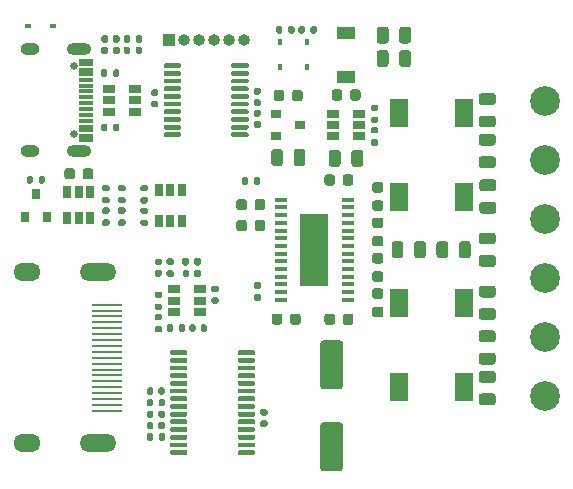
<source format=gbr>
%TF.GenerationSoftware,KiCad,Pcbnew,5.1.9-73d0e3b20d~88~ubuntu20.04.1*%
%TF.CreationDate,2021-04-24T16:50:53+02:00*%
%TF.ProjectId,elmo,656c6d6f-2e6b-4696-9361-645f70636258,v1.00*%
%TF.SameCoordinates,Original*%
%TF.FileFunction,Soldermask,Top*%
%TF.FilePolarity,Negative*%
%FSLAX46Y46*%
G04 Gerber Fmt 4.6, Leading zero omitted, Abs format (unit mm)*
G04 Created by KiCad (PCBNEW 5.1.9-73d0e3b20d~88~ubuntu20.04.1) date 2021-04-24 16:50:53*
%MOMM*%
%LPD*%
G01*
G04 APERTURE LIST*
%ADD10C,2.524000*%
%ADD11R,1.600000X1.000000*%
%ADD12R,2.600000X0.280000*%
%ADD13O,3.100000X1.500000*%
%ADD14O,2.300000X1.500000*%
%ADD15O,2.100000X1.000000*%
%ADD16O,1.600000X1.000000*%
%ADD17C,0.650000*%
%ADD18R,1.150000X0.300000*%
%ADD19R,1.060000X0.650000*%
%ADD20R,0.900000X0.800000*%
%ADD21R,0.700000X1.000000*%
%ADD22R,0.800000X0.900000*%
%ADD23R,0.450000X0.600000*%
%ADD24R,0.650000X1.060000*%
%ADD25R,1.000000X1.000000*%
%ADD26O,1.000000X1.000000*%
%ADD27R,1.100000X0.400000*%
%ADD28R,2.400000X6.170000*%
%ADD29R,1.500000X2.400000*%
%ADD30R,0.600000X0.450000*%
G04 APERTURE END LIST*
D10*
%TO.C,J3*%
X170300000Y-112400000D03*
X170300000Y-107400000D03*
X170300000Y-102400000D03*
X170300000Y-97400000D03*
X170300000Y-92400000D03*
X170300000Y-87400000D03*
%TD*%
D11*
%TO.C,L5*%
X153500000Y-81650000D03*
X153500000Y-85350000D03*
%TD*%
D12*
%TO.C,J1*%
X133220000Y-113650000D03*
X133220000Y-113150000D03*
X133220000Y-112650000D03*
X133220000Y-112150000D03*
X133220000Y-111650000D03*
X133220000Y-111150000D03*
X133220000Y-110650000D03*
X133220000Y-110150000D03*
X133220000Y-109650000D03*
X133220000Y-109150000D03*
X133220000Y-108650000D03*
X133220000Y-108150000D03*
X133220000Y-107650000D03*
X133220000Y-107150000D03*
X133220000Y-106650000D03*
X133220000Y-106150000D03*
X133220000Y-105650000D03*
X133220000Y-105150000D03*
X133220000Y-104650000D03*
D13*
X132460000Y-101900000D03*
X132460000Y-116400000D03*
D14*
X126500000Y-101900000D03*
X126500000Y-116400000D03*
%TD*%
D15*
%TO.C,J2*%
X130925000Y-83030000D03*
X130925000Y-91670000D03*
D16*
X126745000Y-83030000D03*
X126745000Y-91670000D03*
D17*
X130425000Y-90240000D03*
X130425000Y-84460000D03*
D18*
X131490000Y-90400000D03*
X131490000Y-89600000D03*
X131490000Y-89100000D03*
X131490000Y-88600000D03*
X131490000Y-88100000D03*
X131490000Y-87600000D03*
X131490000Y-87100000D03*
X131490000Y-86600000D03*
X131490000Y-86100000D03*
X131490000Y-85600000D03*
X131490000Y-84800000D03*
X131490000Y-84000000D03*
X131490000Y-84300000D03*
X131490000Y-85100000D03*
X131490000Y-89900000D03*
X131490000Y-90700000D03*
%TD*%
%TO.C,R9*%
G36*
G01*
X134315000Y-95540000D02*
X134685000Y-95540000D01*
G75*
G02*
X134820000Y-95675000I0J-135000D01*
G01*
X134820000Y-95945000D01*
G75*
G02*
X134685000Y-96080000I-135000J0D01*
G01*
X134315000Y-96080000D01*
G75*
G02*
X134180000Y-95945000I0J135000D01*
G01*
X134180000Y-95675000D01*
G75*
G02*
X134315000Y-95540000I135000J0D01*
G01*
G37*
G36*
G01*
X134315000Y-94520000D02*
X134685000Y-94520000D01*
G75*
G02*
X134820000Y-94655000I0J-135000D01*
G01*
X134820000Y-94925000D01*
G75*
G02*
X134685000Y-95060000I-135000J0D01*
G01*
X134315000Y-95060000D01*
G75*
G02*
X134180000Y-94925000I0J135000D01*
G01*
X134180000Y-94655000D01*
G75*
G02*
X134315000Y-94520000I135000J0D01*
G01*
G37*
%TD*%
D19*
%TO.C,U6*%
X152400000Y-88500000D03*
X152400000Y-89450000D03*
X152400000Y-90400000D03*
X154600000Y-90400000D03*
X154600000Y-88500000D03*
X154600000Y-89450000D03*
%TD*%
%TO.C,C26*%
G36*
G01*
X153175000Y-86650000D02*
X153175000Y-87150000D01*
G75*
G02*
X152950000Y-87375000I-225000J0D01*
G01*
X152500000Y-87375000D01*
G75*
G02*
X152275000Y-87150000I0J225000D01*
G01*
X152275000Y-86650000D01*
G75*
G02*
X152500000Y-86425000I225000J0D01*
G01*
X152950000Y-86425000D01*
G75*
G02*
X153175000Y-86650000I0J-225000D01*
G01*
G37*
G36*
G01*
X154725000Y-86650000D02*
X154725000Y-87150000D01*
G75*
G02*
X154500000Y-87375000I-225000J0D01*
G01*
X154050000Y-87375000D01*
G75*
G02*
X153825000Y-87150000I0J225000D01*
G01*
X153825000Y-86650000D01*
G75*
G02*
X154050000Y-86425000I225000J0D01*
G01*
X154500000Y-86425000D01*
G75*
G02*
X154725000Y-86650000I0J-225000D01*
G01*
G37*
%TD*%
D20*
%TO.C,U4*%
X147600000Y-88500000D03*
X147600000Y-90400000D03*
X149600000Y-89450000D03*
%TD*%
%TO.C,C16*%
G36*
G01*
X149050000Y-92675000D02*
X149050000Y-91725000D01*
G75*
G02*
X149300000Y-91475000I250000J0D01*
G01*
X149800000Y-91475000D01*
G75*
G02*
X150050000Y-91725000I0J-250000D01*
G01*
X150050000Y-92675000D01*
G75*
G02*
X149800000Y-92925000I-250000J0D01*
G01*
X149300000Y-92925000D01*
G75*
G02*
X149050000Y-92675000I0J250000D01*
G01*
G37*
G36*
G01*
X147150000Y-92675000D02*
X147150000Y-91725000D01*
G75*
G02*
X147400000Y-91475000I250000J0D01*
G01*
X147900000Y-91475000D01*
G75*
G02*
X148150000Y-91725000I0J-250000D01*
G01*
X148150000Y-92675000D01*
G75*
G02*
X147900000Y-92925000I-250000J0D01*
G01*
X147400000Y-92925000D01*
G75*
G02*
X147150000Y-92675000I0J250000D01*
G01*
G37*
%TD*%
%TO.C,C28*%
G36*
G01*
X156090000Y-84295000D02*
X156090000Y-83345000D01*
G75*
G02*
X156340000Y-83095000I250000J0D01*
G01*
X156840000Y-83095000D01*
G75*
G02*
X157090000Y-83345000I0J-250000D01*
G01*
X157090000Y-84295000D01*
G75*
G02*
X156840000Y-84545000I-250000J0D01*
G01*
X156340000Y-84545000D01*
G75*
G02*
X156090000Y-84295000I0J250000D01*
G01*
G37*
G36*
G01*
X157990000Y-84295000D02*
X157990000Y-83345000D01*
G75*
G02*
X158240000Y-83095000I250000J0D01*
G01*
X158740000Y-83095000D01*
G75*
G02*
X158990000Y-83345000I0J-250000D01*
G01*
X158990000Y-84295000D01*
G75*
G02*
X158740000Y-84545000I-250000J0D01*
G01*
X158240000Y-84545000D01*
G75*
G02*
X157990000Y-84295000I0J250000D01*
G01*
G37*
%TD*%
%TO.C,R2*%
G36*
G01*
X134310000Y-89465000D02*
X134310000Y-89835000D01*
G75*
G02*
X134175000Y-89970000I-135000J0D01*
G01*
X133905000Y-89970000D01*
G75*
G02*
X133770000Y-89835000I0J135000D01*
G01*
X133770000Y-89465000D01*
G75*
G02*
X133905000Y-89330000I135000J0D01*
G01*
X134175000Y-89330000D01*
G75*
G02*
X134310000Y-89465000I0J-135000D01*
G01*
G37*
G36*
G01*
X133290000Y-89465000D02*
X133290000Y-89835000D01*
G75*
G02*
X133155000Y-89970000I-135000J0D01*
G01*
X132885000Y-89970000D01*
G75*
G02*
X132750000Y-89835000I0J135000D01*
G01*
X132750000Y-89465000D01*
G75*
G02*
X132885000Y-89330000I135000J0D01*
G01*
X133155000Y-89330000D01*
G75*
G02*
X133290000Y-89465000I0J-135000D01*
G01*
G37*
%TD*%
%TO.C,R10*%
G36*
G01*
X126440000Y-94265000D02*
X126440000Y-93895000D01*
G75*
G02*
X126575000Y-93760000I135000J0D01*
G01*
X126845000Y-93760000D01*
G75*
G02*
X126980000Y-93895000I0J-135000D01*
G01*
X126980000Y-94265000D01*
G75*
G02*
X126845000Y-94400000I-135000J0D01*
G01*
X126575000Y-94400000D01*
G75*
G02*
X126440000Y-94265000I0J135000D01*
G01*
G37*
G36*
G01*
X127460000Y-94265000D02*
X127460000Y-93895000D01*
G75*
G02*
X127595000Y-93760000I135000J0D01*
G01*
X127865000Y-93760000D01*
G75*
G02*
X128000000Y-93895000I0J-135000D01*
G01*
X128000000Y-94265000D01*
G75*
G02*
X127865000Y-94400000I-135000J0D01*
G01*
X127595000Y-94400000D01*
G75*
G02*
X127460000Y-94265000I0J135000D01*
G01*
G37*
%TD*%
%TO.C,C1*%
G36*
G01*
X156425000Y-96725000D02*
X155925000Y-96725000D01*
G75*
G02*
X155700000Y-96500000I0J225000D01*
G01*
X155700000Y-96050000D01*
G75*
G02*
X155925000Y-95825000I225000J0D01*
G01*
X156425000Y-95825000D01*
G75*
G02*
X156650000Y-96050000I0J-225000D01*
G01*
X156650000Y-96500000D01*
G75*
G02*
X156425000Y-96725000I-225000J0D01*
G01*
G37*
G36*
G01*
X156425000Y-95175000D02*
X155925000Y-95175000D01*
G75*
G02*
X155700000Y-94950000I0J225000D01*
G01*
X155700000Y-94500000D01*
G75*
G02*
X155925000Y-94275000I225000J0D01*
G01*
X156425000Y-94275000D01*
G75*
G02*
X156650000Y-94500000I0J-225000D01*
G01*
X156650000Y-94950000D01*
G75*
G02*
X156425000Y-95175000I-225000J0D01*
G01*
G37*
%TD*%
%TO.C,C2*%
G36*
G01*
X155925000Y-104825000D02*
X156425000Y-104825000D01*
G75*
G02*
X156650000Y-105050000I0J-225000D01*
G01*
X156650000Y-105500000D01*
G75*
G02*
X156425000Y-105725000I-225000J0D01*
G01*
X155925000Y-105725000D01*
G75*
G02*
X155700000Y-105500000I0J225000D01*
G01*
X155700000Y-105050000D01*
G75*
G02*
X155925000Y-104825000I225000J0D01*
G01*
G37*
G36*
G01*
X155925000Y-103275000D02*
X156425000Y-103275000D01*
G75*
G02*
X156650000Y-103500000I0J-225000D01*
G01*
X156650000Y-103950000D01*
G75*
G02*
X156425000Y-104175000I-225000J0D01*
G01*
X155925000Y-104175000D01*
G75*
G02*
X155700000Y-103950000I0J225000D01*
G01*
X155700000Y-103500000D01*
G75*
G02*
X155925000Y-103275000I225000J0D01*
G01*
G37*
%TD*%
%TO.C,C3*%
G36*
G01*
X156425000Y-98175000D02*
X155925000Y-98175000D01*
G75*
G02*
X155700000Y-97950000I0J225000D01*
G01*
X155700000Y-97500000D01*
G75*
G02*
X155925000Y-97275000I225000J0D01*
G01*
X156425000Y-97275000D01*
G75*
G02*
X156650000Y-97500000I0J-225000D01*
G01*
X156650000Y-97950000D01*
G75*
G02*
X156425000Y-98175000I-225000J0D01*
G01*
G37*
G36*
G01*
X156425000Y-99725000D02*
X155925000Y-99725000D01*
G75*
G02*
X155700000Y-99500000I0J225000D01*
G01*
X155700000Y-99050000D01*
G75*
G02*
X155925000Y-98825000I225000J0D01*
G01*
X156425000Y-98825000D01*
G75*
G02*
X156650000Y-99050000I0J-225000D01*
G01*
X156650000Y-99500000D01*
G75*
G02*
X156425000Y-99725000I-225000J0D01*
G01*
G37*
%TD*%
%TO.C,C4*%
G36*
G01*
X155925000Y-100275000D02*
X156425000Y-100275000D01*
G75*
G02*
X156650000Y-100500000I0J-225000D01*
G01*
X156650000Y-100950000D01*
G75*
G02*
X156425000Y-101175000I-225000J0D01*
G01*
X155925000Y-101175000D01*
G75*
G02*
X155700000Y-100950000I0J225000D01*
G01*
X155700000Y-100500000D01*
G75*
G02*
X155925000Y-100275000I225000J0D01*
G01*
G37*
G36*
G01*
X155925000Y-101825000D02*
X156425000Y-101825000D01*
G75*
G02*
X156650000Y-102050000I0J-225000D01*
G01*
X156650000Y-102500000D01*
G75*
G02*
X156425000Y-102725000I-225000J0D01*
G01*
X155925000Y-102725000D01*
G75*
G02*
X155700000Y-102500000I0J225000D01*
G01*
X155700000Y-102050000D01*
G75*
G02*
X155925000Y-101825000I225000J0D01*
G01*
G37*
%TD*%
%TO.C,C5*%
G36*
G01*
X164975000Y-86750000D02*
X165925000Y-86750000D01*
G75*
G02*
X166175000Y-87000000I0J-250000D01*
G01*
X166175000Y-87500000D01*
G75*
G02*
X165925000Y-87750000I-250000J0D01*
G01*
X164975000Y-87750000D01*
G75*
G02*
X164725000Y-87500000I0J250000D01*
G01*
X164725000Y-87000000D01*
G75*
G02*
X164975000Y-86750000I250000J0D01*
G01*
G37*
G36*
G01*
X164975000Y-88650000D02*
X165925000Y-88650000D01*
G75*
G02*
X166175000Y-88900000I0J-250000D01*
G01*
X166175000Y-89400000D01*
G75*
G02*
X165925000Y-89650000I-250000J0D01*
G01*
X164975000Y-89650000D01*
G75*
G02*
X164725000Y-89400000I0J250000D01*
G01*
X164725000Y-88900000D01*
G75*
G02*
X164975000Y-88650000I250000J0D01*
G01*
G37*
%TD*%
%TO.C,C6*%
G36*
G01*
X165925000Y-91190000D02*
X164975000Y-91190000D01*
G75*
G02*
X164725000Y-90940000I0J250000D01*
G01*
X164725000Y-90440000D01*
G75*
G02*
X164975000Y-90190000I250000J0D01*
G01*
X165925000Y-90190000D01*
G75*
G02*
X166175000Y-90440000I0J-250000D01*
G01*
X166175000Y-90940000D01*
G75*
G02*
X165925000Y-91190000I-250000J0D01*
G01*
G37*
G36*
G01*
X165925000Y-93090000D02*
X164975000Y-93090000D01*
G75*
G02*
X164725000Y-92840000I0J250000D01*
G01*
X164725000Y-92340000D01*
G75*
G02*
X164975000Y-92090000I250000J0D01*
G01*
X165925000Y-92090000D01*
G75*
G02*
X166175000Y-92340000I0J-250000D01*
G01*
X166175000Y-92840000D01*
G75*
G02*
X165925000Y-93090000I-250000J0D01*
G01*
G37*
%TD*%
%TO.C,C7*%
G36*
G01*
X165925000Y-107830000D02*
X164975000Y-107830000D01*
G75*
G02*
X164725000Y-107580000I0J250000D01*
G01*
X164725000Y-107080000D01*
G75*
G02*
X164975000Y-106830000I250000J0D01*
G01*
X165925000Y-106830000D01*
G75*
G02*
X166175000Y-107080000I0J-250000D01*
G01*
X166175000Y-107580000D01*
G75*
G02*
X165925000Y-107830000I-250000J0D01*
G01*
G37*
G36*
G01*
X165925000Y-109730000D02*
X164975000Y-109730000D01*
G75*
G02*
X164725000Y-109480000I0J250000D01*
G01*
X164725000Y-108980000D01*
G75*
G02*
X164975000Y-108730000I250000J0D01*
G01*
X165925000Y-108730000D01*
G75*
G02*
X166175000Y-108980000I0J-250000D01*
G01*
X166175000Y-109480000D01*
G75*
G02*
X165925000Y-109730000I-250000J0D01*
G01*
G37*
%TD*%
%TO.C,C8*%
G36*
G01*
X164975000Y-110270000D02*
X165925000Y-110270000D01*
G75*
G02*
X166175000Y-110520000I0J-250000D01*
G01*
X166175000Y-111020000D01*
G75*
G02*
X165925000Y-111270000I-250000J0D01*
G01*
X164975000Y-111270000D01*
G75*
G02*
X164725000Y-111020000I0J250000D01*
G01*
X164725000Y-110520000D01*
G75*
G02*
X164975000Y-110270000I250000J0D01*
G01*
G37*
G36*
G01*
X164975000Y-112170000D02*
X165925000Y-112170000D01*
G75*
G02*
X166175000Y-112420000I0J-250000D01*
G01*
X166175000Y-112920000D01*
G75*
G02*
X165925000Y-113170000I-250000J0D01*
G01*
X164975000Y-113170000D01*
G75*
G02*
X164725000Y-112920000I0J250000D01*
G01*
X164725000Y-112420000D01*
G75*
G02*
X164975000Y-112170000I250000J0D01*
G01*
G37*
%TD*%
%TO.C,U2*%
G36*
G01*
X145790000Y-117075000D02*
X145790000Y-117275000D01*
G75*
G02*
X145690000Y-117375000I-100000J0D01*
G01*
X144415000Y-117375000D01*
G75*
G02*
X144315000Y-117275000I0J100000D01*
G01*
X144315000Y-117075000D01*
G75*
G02*
X144415000Y-116975000I100000J0D01*
G01*
X145690000Y-116975000D01*
G75*
G02*
X145790000Y-117075000I0J-100000D01*
G01*
G37*
G36*
G01*
X145790000Y-116425000D02*
X145790000Y-116625000D01*
G75*
G02*
X145690000Y-116725000I-100000J0D01*
G01*
X144415000Y-116725000D01*
G75*
G02*
X144315000Y-116625000I0J100000D01*
G01*
X144315000Y-116425000D01*
G75*
G02*
X144415000Y-116325000I100000J0D01*
G01*
X145690000Y-116325000D01*
G75*
G02*
X145790000Y-116425000I0J-100000D01*
G01*
G37*
G36*
G01*
X145790000Y-115775000D02*
X145790000Y-115975000D01*
G75*
G02*
X145690000Y-116075000I-100000J0D01*
G01*
X144415000Y-116075000D01*
G75*
G02*
X144315000Y-115975000I0J100000D01*
G01*
X144315000Y-115775000D01*
G75*
G02*
X144415000Y-115675000I100000J0D01*
G01*
X145690000Y-115675000D01*
G75*
G02*
X145790000Y-115775000I0J-100000D01*
G01*
G37*
G36*
G01*
X145790000Y-115125000D02*
X145790000Y-115325000D01*
G75*
G02*
X145690000Y-115425000I-100000J0D01*
G01*
X144415000Y-115425000D01*
G75*
G02*
X144315000Y-115325000I0J100000D01*
G01*
X144315000Y-115125000D01*
G75*
G02*
X144415000Y-115025000I100000J0D01*
G01*
X145690000Y-115025000D01*
G75*
G02*
X145790000Y-115125000I0J-100000D01*
G01*
G37*
G36*
G01*
X145790000Y-114475000D02*
X145790000Y-114675000D01*
G75*
G02*
X145690000Y-114775000I-100000J0D01*
G01*
X144415000Y-114775000D01*
G75*
G02*
X144315000Y-114675000I0J100000D01*
G01*
X144315000Y-114475000D01*
G75*
G02*
X144415000Y-114375000I100000J0D01*
G01*
X145690000Y-114375000D01*
G75*
G02*
X145790000Y-114475000I0J-100000D01*
G01*
G37*
G36*
G01*
X145790000Y-113825000D02*
X145790000Y-114025000D01*
G75*
G02*
X145690000Y-114125000I-100000J0D01*
G01*
X144415000Y-114125000D01*
G75*
G02*
X144315000Y-114025000I0J100000D01*
G01*
X144315000Y-113825000D01*
G75*
G02*
X144415000Y-113725000I100000J0D01*
G01*
X145690000Y-113725000D01*
G75*
G02*
X145790000Y-113825000I0J-100000D01*
G01*
G37*
G36*
G01*
X145790000Y-113175000D02*
X145790000Y-113375000D01*
G75*
G02*
X145690000Y-113475000I-100000J0D01*
G01*
X144415000Y-113475000D01*
G75*
G02*
X144315000Y-113375000I0J100000D01*
G01*
X144315000Y-113175000D01*
G75*
G02*
X144415000Y-113075000I100000J0D01*
G01*
X145690000Y-113075000D01*
G75*
G02*
X145790000Y-113175000I0J-100000D01*
G01*
G37*
G36*
G01*
X145790000Y-112525000D02*
X145790000Y-112725000D01*
G75*
G02*
X145690000Y-112825000I-100000J0D01*
G01*
X144415000Y-112825000D01*
G75*
G02*
X144315000Y-112725000I0J100000D01*
G01*
X144315000Y-112525000D01*
G75*
G02*
X144415000Y-112425000I100000J0D01*
G01*
X145690000Y-112425000D01*
G75*
G02*
X145790000Y-112525000I0J-100000D01*
G01*
G37*
G36*
G01*
X145790000Y-111875000D02*
X145790000Y-112075000D01*
G75*
G02*
X145690000Y-112175000I-100000J0D01*
G01*
X144415000Y-112175000D01*
G75*
G02*
X144315000Y-112075000I0J100000D01*
G01*
X144315000Y-111875000D01*
G75*
G02*
X144415000Y-111775000I100000J0D01*
G01*
X145690000Y-111775000D01*
G75*
G02*
X145790000Y-111875000I0J-100000D01*
G01*
G37*
G36*
G01*
X145790000Y-111225000D02*
X145790000Y-111425000D01*
G75*
G02*
X145690000Y-111525000I-100000J0D01*
G01*
X144415000Y-111525000D01*
G75*
G02*
X144315000Y-111425000I0J100000D01*
G01*
X144315000Y-111225000D01*
G75*
G02*
X144415000Y-111125000I100000J0D01*
G01*
X145690000Y-111125000D01*
G75*
G02*
X145790000Y-111225000I0J-100000D01*
G01*
G37*
G36*
G01*
X145790000Y-110575000D02*
X145790000Y-110775000D01*
G75*
G02*
X145690000Y-110875000I-100000J0D01*
G01*
X144415000Y-110875000D01*
G75*
G02*
X144315000Y-110775000I0J100000D01*
G01*
X144315000Y-110575000D01*
G75*
G02*
X144415000Y-110475000I100000J0D01*
G01*
X145690000Y-110475000D01*
G75*
G02*
X145790000Y-110575000I0J-100000D01*
G01*
G37*
G36*
G01*
X145790000Y-109925000D02*
X145790000Y-110125000D01*
G75*
G02*
X145690000Y-110225000I-100000J0D01*
G01*
X144415000Y-110225000D01*
G75*
G02*
X144315000Y-110125000I0J100000D01*
G01*
X144315000Y-109925000D01*
G75*
G02*
X144415000Y-109825000I100000J0D01*
G01*
X145690000Y-109825000D01*
G75*
G02*
X145790000Y-109925000I0J-100000D01*
G01*
G37*
G36*
G01*
X145790000Y-109275000D02*
X145790000Y-109475000D01*
G75*
G02*
X145690000Y-109575000I-100000J0D01*
G01*
X144415000Y-109575000D01*
G75*
G02*
X144315000Y-109475000I0J100000D01*
G01*
X144315000Y-109275000D01*
G75*
G02*
X144415000Y-109175000I100000J0D01*
G01*
X145690000Y-109175000D01*
G75*
G02*
X145790000Y-109275000I0J-100000D01*
G01*
G37*
G36*
G01*
X145790000Y-108625000D02*
X145790000Y-108825000D01*
G75*
G02*
X145690000Y-108925000I-100000J0D01*
G01*
X144415000Y-108925000D01*
G75*
G02*
X144315000Y-108825000I0J100000D01*
G01*
X144315000Y-108625000D01*
G75*
G02*
X144415000Y-108525000I100000J0D01*
G01*
X145690000Y-108525000D01*
G75*
G02*
X145790000Y-108625000I0J-100000D01*
G01*
G37*
G36*
G01*
X140065000Y-108625000D02*
X140065000Y-108825000D01*
G75*
G02*
X139965000Y-108925000I-100000J0D01*
G01*
X138690000Y-108925000D01*
G75*
G02*
X138590000Y-108825000I0J100000D01*
G01*
X138590000Y-108625000D01*
G75*
G02*
X138690000Y-108525000I100000J0D01*
G01*
X139965000Y-108525000D01*
G75*
G02*
X140065000Y-108625000I0J-100000D01*
G01*
G37*
G36*
G01*
X140065000Y-109275000D02*
X140065000Y-109475000D01*
G75*
G02*
X139965000Y-109575000I-100000J0D01*
G01*
X138690000Y-109575000D01*
G75*
G02*
X138590000Y-109475000I0J100000D01*
G01*
X138590000Y-109275000D01*
G75*
G02*
X138690000Y-109175000I100000J0D01*
G01*
X139965000Y-109175000D01*
G75*
G02*
X140065000Y-109275000I0J-100000D01*
G01*
G37*
G36*
G01*
X140065000Y-109925000D02*
X140065000Y-110125000D01*
G75*
G02*
X139965000Y-110225000I-100000J0D01*
G01*
X138690000Y-110225000D01*
G75*
G02*
X138590000Y-110125000I0J100000D01*
G01*
X138590000Y-109925000D01*
G75*
G02*
X138690000Y-109825000I100000J0D01*
G01*
X139965000Y-109825000D01*
G75*
G02*
X140065000Y-109925000I0J-100000D01*
G01*
G37*
G36*
G01*
X140065000Y-110575000D02*
X140065000Y-110775000D01*
G75*
G02*
X139965000Y-110875000I-100000J0D01*
G01*
X138690000Y-110875000D01*
G75*
G02*
X138590000Y-110775000I0J100000D01*
G01*
X138590000Y-110575000D01*
G75*
G02*
X138690000Y-110475000I100000J0D01*
G01*
X139965000Y-110475000D01*
G75*
G02*
X140065000Y-110575000I0J-100000D01*
G01*
G37*
G36*
G01*
X140065000Y-111225000D02*
X140065000Y-111425000D01*
G75*
G02*
X139965000Y-111525000I-100000J0D01*
G01*
X138690000Y-111525000D01*
G75*
G02*
X138590000Y-111425000I0J100000D01*
G01*
X138590000Y-111225000D01*
G75*
G02*
X138690000Y-111125000I100000J0D01*
G01*
X139965000Y-111125000D01*
G75*
G02*
X140065000Y-111225000I0J-100000D01*
G01*
G37*
G36*
G01*
X140065000Y-111875000D02*
X140065000Y-112075000D01*
G75*
G02*
X139965000Y-112175000I-100000J0D01*
G01*
X138690000Y-112175000D01*
G75*
G02*
X138590000Y-112075000I0J100000D01*
G01*
X138590000Y-111875000D01*
G75*
G02*
X138690000Y-111775000I100000J0D01*
G01*
X139965000Y-111775000D01*
G75*
G02*
X140065000Y-111875000I0J-100000D01*
G01*
G37*
G36*
G01*
X140065000Y-112525000D02*
X140065000Y-112725000D01*
G75*
G02*
X139965000Y-112825000I-100000J0D01*
G01*
X138690000Y-112825000D01*
G75*
G02*
X138590000Y-112725000I0J100000D01*
G01*
X138590000Y-112525000D01*
G75*
G02*
X138690000Y-112425000I100000J0D01*
G01*
X139965000Y-112425000D01*
G75*
G02*
X140065000Y-112525000I0J-100000D01*
G01*
G37*
G36*
G01*
X140065000Y-113175000D02*
X140065000Y-113375000D01*
G75*
G02*
X139965000Y-113475000I-100000J0D01*
G01*
X138690000Y-113475000D01*
G75*
G02*
X138590000Y-113375000I0J100000D01*
G01*
X138590000Y-113175000D01*
G75*
G02*
X138690000Y-113075000I100000J0D01*
G01*
X139965000Y-113075000D01*
G75*
G02*
X140065000Y-113175000I0J-100000D01*
G01*
G37*
G36*
G01*
X140065000Y-113825000D02*
X140065000Y-114025000D01*
G75*
G02*
X139965000Y-114125000I-100000J0D01*
G01*
X138690000Y-114125000D01*
G75*
G02*
X138590000Y-114025000I0J100000D01*
G01*
X138590000Y-113825000D01*
G75*
G02*
X138690000Y-113725000I100000J0D01*
G01*
X139965000Y-113725000D01*
G75*
G02*
X140065000Y-113825000I0J-100000D01*
G01*
G37*
G36*
G01*
X140065000Y-114475000D02*
X140065000Y-114675000D01*
G75*
G02*
X139965000Y-114775000I-100000J0D01*
G01*
X138690000Y-114775000D01*
G75*
G02*
X138590000Y-114675000I0J100000D01*
G01*
X138590000Y-114475000D01*
G75*
G02*
X138690000Y-114375000I100000J0D01*
G01*
X139965000Y-114375000D01*
G75*
G02*
X140065000Y-114475000I0J-100000D01*
G01*
G37*
G36*
G01*
X140065000Y-115125000D02*
X140065000Y-115325000D01*
G75*
G02*
X139965000Y-115425000I-100000J0D01*
G01*
X138690000Y-115425000D01*
G75*
G02*
X138590000Y-115325000I0J100000D01*
G01*
X138590000Y-115125000D01*
G75*
G02*
X138690000Y-115025000I100000J0D01*
G01*
X139965000Y-115025000D01*
G75*
G02*
X140065000Y-115125000I0J-100000D01*
G01*
G37*
G36*
G01*
X140065000Y-115775000D02*
X140065000Y-115975000D01*
G75*
G02*
X139965000Y-116075000I-100000J0D01*
G01*
X138690000Y-116075000D01*
G75*
G02*
X138590000Y-115975000I0J100000D01*
G01*
X138590000Y-115775000D01*
G75*
G02*
X138690000Y-115675000I100000J0D01*
G01*
X139965000Y-115675000D01*
G75*
G02*
X140065000Y-115775000I0J-100000D01*
G01*
G37*
G36*
G01*
X140065000Y-116425000D02*
X140065000Y-116625000D01*
G75*
G02*
X139965000Y-116725000I-100000J0D01*
G01*
X138690000Y-116725000D01*
G75*
G02*
X138590000Y-116625000I0J100000D01*
G01*
X138590000Y-116425000D01*
G75*
G02*
X138690000Y-116325000I100000J0D01*
G01*
X139965000Y-116325000D01*
G75*
G02*
X140065000Y-116425000I0J-100000D01*
G01*
G37*
G36*
G01*
X140065000Y-117075000D02*
X140065000Y-117275000D01*
G75*
G02*
X139965000Y-117375000I-100000J0D01*
G01*
X138690000Y-117375000D01*
G75*
G02*
X138590000Y-117275000I0J100000D01*
G01*
X138590000Y-117075000D01*
G75*
G02*
X138690000Y-116975000I100000J0D01*
G01*
X139965000Y-116975000D01*
G75*
G02*
X140065000Y-117075000I0J-100000D01*
G01*
G37*
%TD*%
%TO.C,U3*%
G36*
G01*
X145240000Y-90175000D02*
X145240000Y-90375000D01*
G75*
G02*
X145140000Y-90475000I-100000J0D01*
G01*
X143865000Y-90475000D01*
G75*
G02*
X143765000Y-90375000I0J100000D01*
G01*
X143765000Y-90175000D01*
G75*
G02*
X143865000Y-90075000I100000J0D01*
G01*
X145140000Y-90075000D01*
G75*
G02*
X145240000Y-90175000I0J-100000D01*
G01*
G37*
G36*
G01*
X145240000Y-89525000D02*
X145240000Y-89725000D01*
G75*
G02*
X145140000Y-89825000I-100000J0D01*
G01*
X143865000Y-89825000D01*
G75*
G02*
X143765000Y-89725000I0J100000D01*
G01*
X143765000Y-89525000D01*
G75*
G02*
X143865000Y-89425000I100000J0D01*
G01*
X145140000Y-89425000D01*
G75*
G02*
X145240000Y-89525000I0J-100000D01*
G01*
G37*
G36*
G01*
X145240000Y-88875000D02*
X145240000Y-89075000D01*
G75*
G02*
X145140000Y-89175000I-100000J0D01*
G01*
X143865000Y-89175000D01*
G75*
G02*
X143765000Y-89075000I0J100000D01*
G01*
X143765000Y-88875000D01*
G75*
G02*
X143865000Y-88775000I100000J0D01*
G01*
X145140000Y-88775000D01*
G75*
G02*
X145240000Y-88875000I0J-100000D01*
G01*
G37*
G36*
G01*
X145240000Y-88225000D02*
X145240000Y-88425000D01*
G75*
G02*
X145140000Y-88525000I-100000J0D01*
G01*
X143865000Y-88525000D01*
G75*
G02*
X143765000Y-88425000I0J100000D01*
G01*
X143765000Y-88225000D01*
G75*
G02*
X143865000Y-88125000I100000J0D01*
G01*
X145140000Y-88125000D01*
G75*
G02*
X145240000Y-88225000I0J-100000D01*
G01*
G37*
G36*
G01*
X145240000Y-87575000D02*
X145240000Y-87775000D01*
G75*
G02*
X145140000Y-87875000I-100000J0D01*
G01*
X143865000Y-87875000D01*
G75*
G02*
X143765000Y-87775000I0J100000D01*
G01*
X143765000Y-87575000D01*
G75*
G02*
X143865000Y-87475000I100000J0D01*
G01*
X145140000Y-87475000D01*
G75*
G02*
X145240000Y-87575000I0J-100000D01*
G01*
G37*
G36*
G01*
X145240000Y-86925000D02*
X145240000Y-87125000D01*
G75*
G02*
X145140000Y-87225000I-100000J0D01*
G01*
X143865000Y-87225000D01*
G75*
G02*
X143765000Y-87125000I0J100000D01*
G01*
X143765000Y-86925000D01*
G75*
G02*
X143865000Y-86825000I100000J0D01*
G01*
X145140000Y-86825000D01*
G75*
G02*
X145240000Y-86925000I0J-100000D01*
G01*
G37*
G36*
G01*
X145240000Y-86275000D02*
X145240000Y-86475000D01*
G75*
G02*
X145140000Y-86575000I-100000J0D01*
G01*
X143865000Y-86575000D01*
G75*
G02*
X143765000Y-86475000I0J100000D01*
G01*
X143765000Y-86275000D01*
G75*
G02*
X143865000Y-86175000I100000J0D01*
G01*
X145140000Y-86175000D01*
G75*
G02*
X145240000Y-86275000I0J-100000D01*
G01*
G37*
G36*
G01*
X145240000Y-85625000D02*
X145240000Y-85825000D01*
G75*
G02*
X145140000Y-85925000I-100000J0D01*
G01*
X143865000Y-85925000D01*
G75*
G02*
X143765000Y-85825000I0J100000D01*
G01*
X143765000Y-85625000D01*
G75*
G02*
X143865000Y-85525000I100000J0D01*
G01*
X145140000Y-85525000D01*
G75*
G02*
X145240000Y-85625000I0J-100000D01*
G01*
G37*
G36*
G01*
X145240000Y-84975000D02*
X145240000Y-85175000D01*
G75*
G02*
X145140000Y-85275000I-100000J0D01*
G01*
X143865000Y-85275000D01*
G75*
G02*
X143765000Y-85175000I0J100000D01*
G01*
X143765000Y-84975000D01*
G75*
G02*
X143865000Y-84875000I100000J0D01*
G01*
X145140000Y-84875000D01*
G75*
G02*
X145240000Y-84975000I0J-100000D01*
G01*
G37*
G36*
G01*
X145240000Y-84325000D02*
X145240000Y-84525000D01*
G75*
G02*
X145140000Y-84625000I-100000J0D01*
G01*
X143865000Y-84625000D01*
G75*
G02*
X143765000Y-84525000I0J100000D01*
G01*
X143765000Y-84325000D01*
G75*
G02*
X143865000Y-84225000I100000J0D01*
G01*
X145140000Y-84225000D01*
G75*
G02*
X145240000Y-84325000I0J-100000D01*
G01*
G37*
G36*
G01*
X139515000Y-84325000D02*
X139515000Y-84525000D01*
G75*
G02*
X139415000Y-84625000I-100000J0D01*
G01*
X138140000Y-84625000D01*
G75*
G02*
X138040000Y-84525000I0J100000D01*
G01*
X138040000Y-84325000D01*
G75*
G02*
X138140000Y-84225000I100000J0D01*
G01*
X139415000Y-84225000D01*
G75*
G02*
X139515000Y-84325000I0J-100000D01*
G01*
G37*
G36*
G01*
X139515000Y-84975000D02*
X139515000Y-85175000D01*
G75*
G02*
X139415000Y-85275000I-100000J0D01*
G01*
X138140000Y-85275000D01*
G75*
G02*
X138040000Y-85175000I0J100000D01*
G01*
X138040000Y-84975000D01*
G75*
G02*
X138140000Y-84875000I100000J0D01*
G01*
X139415000Y-84875000D01*
G75*
G02*
X139515000Y-84975000I0J-100000D01*
G01*
G37*
G36*
G01*
X139515000Y-85625000D02*
X139515000Y-85825000D01*
G75*
G02*
X139415000Y-85925000I-100000J0D01*
G01*
X138140000Y-85925000D01*
G75*
G02*
X138040000Y-85825000I0J100000D01*
G01*
X138040000Y-85625000D01*
G75*
G02*
X138140000Y-85525000I100000J0D01*
G01*
X139415000Y-85525000D01*
G75*
G02*
X139515000Y-85625000I0J-100000D01*
G01*
G37*
G36*
G01*
X139515000Y-86275000D02*
X139515000Y-86475000D01*
G75*
G02*
X139415000Y-86575000I-100000J0D01*
G01*
X138140000Y-86575000D01*
G75*
G02*
X138040000Y-86475000I0J100000D01*
G01*
X138040000Y-86275000D01*
G75*
G02*
X138140000Y-86175000I100000J0D01*
G01*
X139415000Y-86175000D01*
G75*
G02*
X139515000Y-86275000I0J-100000D01*
G01*
G37*
G36*
G01*
X139515000Y-86925000D02*
X139515000Y-87125000D01*
G75*
G02*
X139415000Y-87225000I-100000J0D01*
G01*
X138140000Y-87225000D01*
G75*
G02*
X138040000Y-87125000I0J100000D01*
G01*
X138040000Y-86925000D01*
G75*
G02*
X138140000Y-86825000I100000J0D01*
G01*
X139415000Y-86825000D01*
G75*
G02*
X139515000Y-86925000I0J-100000D01*
G01*
G37*
G36*
G01*
X139515000Y-87575000D02*
X139515000Y-87775000D01*
G75*
G02*
X139415000Y-87875000I-100000J0D01*
G01*
X138140000Y-87875000D01*
G75*
G02*
X138040000Y-87775000I0J100000D01*
G01*
X138040000Y-87575000D01*
G75*
G02*
X138140000Y-87475000I100000J0D01*
G01*
X139415000Y-87475000D01*
G75*
G02*
X139515000Y-87575000I0J-100000D01*
G01*
G37*
G36*
G01*
X139515000Y-88225000D02*
X139515000Y-88425000D01*
G75*
G02*
X139415000Y-88525000I-100000J0D01*
G01*
X138140000Y-88525000D01*
G75*
G02*
X138040000Y-88425000I0J100000D01*
G01*
X138040000Y-88225000D01*
G75*
G02*
X138140000Y-88125000I100000J0D01*
G01*
X139415000Y-88125000D01*
G75*
G02*
X139515000Y-88225000I0J-100000D01*
G01*
G37*
G36*
G01*
X139515000Y-88875000D02*
X139515000Y-89075000D01*
G75*
G02*
X139415000Y-89175000I-100000J0D01*
G01*
X138140000Y-89175000D01*
G75*
G02*
X138040000Y-89075000I0J100000D01*
G01*
X138040000Y-88875000D01*
G75*
G02*
X138140000Y-88775000I100000J0D01*
G01*
X139415000Y-88775000D01*
G75*
G02*
X139515000Y-88875000I0J-100000D01*
G01*
G37*
G36*
G01*
X139515000Y-89525000D02*
X139515000Y-89725000D01*
G75*
G02*
X139415000Y-89825000I-100000J0D01*
G01*
X138140000Y-89825000D01*
G75*
G02*
X138040000Y-89725000I0J100000D01*
G01*
X138040000Y-89525000D01*
G75*
G02*
X138140000Y-89425000I100000J0D01*
G01*
X139415000Y-89425000D01*
G75*
G02*
X139515000Y-89525000I0J-100000D01*
G01*
G37*
G36*
G01*
X139515000Y-90175000D02*
X139515000Y-90375000D01*
G75*
G02*
X139415000Y-90475000I-100000J0D01*
G01*
X138140000Y-90475000D01*
G75*
G02*
X138040000Y-90375000I0J100000D01*
G01*
X138040000Y-90175000D01*
G75*
G02*
X138140000Y-90075000I100000J0D01*
G01*
X139415000Y-90075000D01*
G75*
G02*
X139515000Y-90175000I0J-100000D01*
G01*
G37*
%TD*%
%TO.C,C9*%
G36*
G01*
X154112500Y-93855000D02*
X154112500Y-94355000D01*
G75*
G02*
X153887500Y-94580000I-225000J0D01*
G01*
X153437500Y-94580000D01*
G75*
G02*
X153212500Y-94355000I0J225000D01*
G01*
X153212500Y-93855000D01*
G75*
G02*
X153437500Y-93630000I225000J0D01*
G01*
X153887500Y-93630000D01*
G75*
G02*
X154112500Y-93855000I0J-225000D01*
G01*
G37*
G36*
G01*
X152562500Y-93855000D02*
X152562500Y-94355000D01*
G75*
G02*
X152337500Y-94580000I-225000J0D01*
G01*
X151887500Y-94580000D01*
G75*
G02*
X151662500Y-94355000I0J225000D01*
G01*
X151662500Y-93855000D01*
G75*
G02*
X151887500Y-93630000I225000J0D01*
G01*
X152337500Y-93630000D01*
G75*
G02*
X152562500Y-93855000I0J-225000D01*
G01*
G37*
%TD*%
%TO.C,C10*%
G36*
G01*
X152562500Y-105645000D02*
X152562500Y-106145000D01*
G75*
G02*
X152337500Y-106370000I-225000J0D01*
G01*
X151887500Y-106370000D01*
G75*
G02*
X151662500Y-106145000I0J225000D01*
G01*
X151662500Y-105645000D01*
G75*
G02*
X151887500Y-105420000I225000J0D01*
G01*
X152337500Y-105420000D01*
G75*
G02*
X152562500Y-105645000I0J-225000D01*
G01*
G37*
G36*
G01*
X154112500Y-105645000D02*
X154112500Y-106145000D01*
G75*
G02*
X153887500Y-106370000I-225000J0D01*
G01*
X153437500Y-106370000D01*
G75*
G02*
X153212500Y-106145000I0J225000D01*
G01*
X153212500Y-105645000D01*
G75*
G02*
X153437500Y-105420000I225000J0D01*
G01*
X153887500Y-105420000D01*
G75*
G02*
X154112500Y-105645000I0J-225000D01*
G01*
G37*
%TD*%
%TO.C,C11*%
G36*
G01*
X164050000Y-99525000D02*
X164050000Y-100475000D01*
G75*
G02*
X163800000Y-100725000I-250000J0D01*
G01*
X163300000Y-100725000D01*
G75*
G02*
X163050000Y-100475000I0J250000D01*
G01*
X163050000Y-99525000D01*
G75*
G02*
X163300000Y-99275000I250000J0D01*
G01*
X163800000Y-99275000D01*
G75*
G02*
X164050000Y-99525000I0J-250000D01*
G01*
G37*
G36*
G01*
X162150000Y-99525000D02*
X162150000Y-100475000D01*
G75*
G02*
X161900000Y-100725000I-250000J0D01*
G01*
X161400000Y-100725000D01*
G75*
G02*
X161150000Y-100475000I0J250000D01*
G01*
X161150000Y-99525000D01*
G75*
G02*
X161400000Y-99275000I250000J0D01*
G01*
X161900000Y-99275000D01*
G75*
G02*
X162150000Y-99525000I0J-250000D01*
G01*
G37*
%TD*%
%TO.C,C12*%
G36*
G01*
X158350000Y-99525000D02*
X158350000Y-100475000D01*
G75*
G02*
X158100000Y-100725000I-250000J0D01*
G01*
X157600000Y-100725000D01*
G75*
G02*
X157350000Y-100475000I0J250000D01*
G01*
X157350000Y-99525000D01*
G75*
G02*
X157600000Y-99275000I250000J0D01*
G01*
X158100000Y-99275000D01*
G75*
G02*
X158350000Y-99525000I0J-250000D01*
G01*
G37*
G36*
G01*
X160250000Y-99525000D02*
X160250000Y-100475000D01*
G75*
G02*
X160000000Y-100725000I-250000J0D01*
G01*
X159500000Y-100725000D01*
G75*
G02*
X159250000Y-100475000I0J250000D01*
G01*
X159250000Y-99525000D01*
G75*
G02*
X159500000Y-99275000I250000J0D01*
G01*
X160000000Y-99275000D01*
G75*
G02*
X160250000Y-99525000I0J-250000D01*
G01*
G37*
%TD*%
D21*
%TO.C,Q2*%
X138620000Y-97550000D03*
X139570000Y-97550000D03*
X137670000Y-97550000D03*
X137670000Y-94950000D03*
X138620000Y-94950000D03*
X139570000Y-94950000D03*
%TD*%
D19*
%TO.C,U5*%
X138900000Y-103370000D03*
X138900000Y-104320000D03*
X138900000Y-105270000D03*
X141100000Y-105270000D03*
X141100000Y-103370000D03*
X141100000Y-104320000D03*
%TD*%
D22*
%TO.C,Q1*%
X126300000Y-97260000D03*
X128200000Y-97260000D03*
X127250000Y-95260000D03*
%TD*%
%TO.C,C17*%
G36*
G01*
X137430000Y-101720000D02*
X137770000Y-101720000D01*
G75*
G02*
X137910000Y-101860000I0J-140000D01*
G01*
X137910000Y-102140000D01*
G75*
G02*
X137770000Y-102280000I-140000J0D01*
G01*
X137430000Y-102280000D01*
G75*
G02*
X137290000Y-102140000I0J140000D01*
G01*
X137290000Y-101860000D01*
G75*
G02*
X137430000Y-101720000I140000J0D01*
G01*
G37*
G36*
G01*
X137430000Y-100760000D02*
X137770000Y-100760000D01*
G75*
G02*
X137910000Y-100900000I0J-140000D01*
G01*
X137910000Y-101180000D01*
G75*
G02*
X137770000Y-101320000I-140000J0D01*
G01*
X137430000Y-101320000D01*
G75*
G02*
X137290000Y-101180000I0J140000D01*
G01*
X137290000Y-100900000D01*
G75*
G02*
X137430000Y-100760000I140000J0D01*
G01*
G37*
%TD*%
%TO.C,C18*%
G36*
G01*
X141180000Y-101850000D02*
X141180000Y-102190000D01*
G75*
G02*
X141040000Y-102330000I-140000J0D01*
G01*
X140760000Y-102330000D01*
G75*
G02*
X140620000Y-102190000I0J140000D01*
G01*
X140620000Y-101850000D01*
G75*
G02*
X140760000Y-101710000I140000J0D01*
G01*
X141040000Y-101710000D01*
G75*
G02*
X141180000Y-101850000I0J-140000D01*
G01*
G37*
G36*
G01*
X140220000Y-101850000D02*
X140220000Y-102190000D01*
G75*
G02*
X140080000Y-102330000I-140000J0D01*
G01*
X139800000Y-102330000D01*
G75*
G02*
X139660000Y-102190000I0J140000D01*
G01*
X139660000Y-101850000D01*
G75*
G02*
X139800000Y-101710000I140000J0D01*
G01*
X140080000Y-101710000D01*
G75*
G02*
X140220000Y-101850000I0J-140000D01*
G01*
G37*
%TD*%
%TO.C,R1*%
G36*
G01*
X133290000Y-84865000D02*
X133290000Y-85235000D01*
G75*
G02*
X133155000Y-85370000I-135000J0D01*
G01*
X132885000Y-85370000D01*
G75*
G02*
X132750000Y-85235000I0J135000D01*
G01*
X132750000Y-84865000D01*
G75*
G02*
X132885000Y-84730000I135000J0D01*
G01*
X133155000Y-84730000D01*
G75*
G02*
X133290000Y-84865000I0J-135000D01*
G01*
G37*
G36*
G01*
X134310000Y-84865000D02*
X134310000Y-85235000D01*
G75*
G02*
X134175000Y-85370000I-135000J0D01*
G01*
X133905000Y-85370000D01*
G75*
G02*
X133770000Y-85235000I0J135000D01*
G01*
X133770000Y-84865000D01*
G75*
G02*
X133905000Y-84730000I135000J0D01*
G01*
X134175000Y-84730000D01*
G75*
G02*
X134310000Y-84865000I0J-135000D01*
G01*
G37*
%TD*%
%TO.C,R3*%
G36*
G01*
X137415000Y-104560000D02*
X137785000Y-104560000D01*
G75*
G02*
X137920000Y-104695000I0J-135000D01*
G01*
X137920000Y-104965000D01*
G75*
G02*
X137785000Y-105100000I-135000J0D01*
G01*
X137415000Y-105100000D01*
G75*
G02*
X137280000Y-104965000I0J135000D01*
G01*
X137280000Y-104695000D01*
G75*
G02*
X137415000Y-104560000I135000J0D01*
G01*
G37*
G36*
G01*
X137415000Y-103540000D02*
X137785000Y-103540000D01*
G75*
G02*
X137920000Y-103675000I0J-135000D01*
G01*
X137920000Y-103945000D01*
G75*
G02*
X137785000Y-104080000I-135000J0D01*
G01*
X137415000Y-104080000D01*
G75*
G02*
X137280000Y-103945000I0J135000D01*
G01*
X137280000Y-103675000D01*
G75*
G02*
X137415000Y-103540000I135000J0D01*
G01*
G37*
%TD*%
%TO.C,R4*%
G36*
G01*
X138785000Y-102300000D02*
X138415000Y-102300000D01*
G75*
G02*
X138280000Y-102165000I0J135000D01*
G01*
X138280000Y-101895000D01*
G75*
G02*
X138415000Y-101760000I135000J0D01*
G01*
X138785000Y-101760000D01*
G75*
G02*
X138920000Y-101895000I0J-135000D01*
G01*
X138920000Y-102165000D01*
G75*
G02*
X138785000Y-102300000I-135000J0D01*
G01*
G37*
G36*
G01*
X138785000Y-101280000D02*
X138415000Y-101280000D01*
G75*
G02*
X138280000Y-101145000I0J135000D01*
G01*
X138280000Y-100875000D01*
G75*
G02*
X138415000Y-100740000I135000J0D01*
G01*
X138785000Y-100740000D01*
G75*
G02*
X138920000Y-100875000I0J-135000D01*
G01*
X138920000Y-101145000D01*
G75*
G02*
X138785000Y-101280000I-135000J0D01*
G01*
G37*
%TD*%
%TO.C,R5*%
G36*
G01*
X140170000Y-100835000D02*
X140170000Y-101205000D01*
G75*
G02*
X140035000Y-101340000I-135000J0D01*
G01*
X139765000Y-101340000D01*
G75*
G02*
X139630000Y-101205000I0J135000D01*
G01*
X139630000Y-100835000D01*
G75*
G02*
X139765000Y-100700000I135000J0D01*
G01*
X140035000Y-100700000D01*
G75*
G02*
X140170000Y-100835000I0J-135000D01*
G01*
G37*
G36*
G01*
X141190000Y-100835000D02*
X141190000Y-101205000D01*
G75*
G02*
X141055000Y-101340000I-135000J0D01*
G01*
X140785000Y-101340000D01*
G75*
G02*
X140650000Y-101205000I0J135000D01*
G01*
X140650000Y-100835000D01*
G75*
G02*
X140785000Y-100700000I135000J0D01*
G01*
X141055000Y-100700000D01*
G75*
G02*
X141190000Y-100835000I0J-135000D01*
G01*
G37*
%TD*%
%TO.C,R6*%
G36*
G01*
X139870000Y-106455000D02*
X139870000Y-106825000D01*
G75*
G02*
X139735000Y-106960000I-135000J0D01*
G01*
X139465000Y-106960000D01*
G75*
G02*
X139330000Y-106825000I0J135000D01*
G01*
X139330000Y-106455000D01*
G75*
G02*
X139465000Y-106320000I135000J0D01*
G01*
X139735000Y-106320000D01*
G75*
G02*
X139870000Y-106455000I0J-135000D01*
G01*
G37*
G36*
G01*
X138850000Y-106455000D02*
X138850000Y-106825000D01*
G75*
G02*
X138715000Y-106960000I-135000J0D01*
G01*
X138445000Y-106960000D01*
G75*
G02*
X138310000Y-106825000I0J135000D01*
G01*
X138310000Y-106455000D01*
G75*
G02*
X138445000Y-106320000I135000J0D01*
G01*
X138715000Y-106320000D01*
G75*
G02*
X138850000Y-106455000I0J-135000D01*
G01*
G37*
%TD*%
%TO.C,R7*%
G36*
G01*
X137785000Y-105990000D02*
X137415000Y-105990000D01*
G75*
G02*
X137280000Y-105855000I0J135000D01*
G01*
X137280000Y-105585000D01*
G75*
G02*
X137415000Y-105450000I135000J0D01*
G01*
X137785000Y-105450000D01*
G75*
G02*
X137920000Y-105585000I0J-135000D01*
G01*
X137920000Y-105855000D01*
G75*
G02*
X137785000Y-105990000I-135000J0D01*
G01*
G37*
G36*
G01*
X137785000Y-107010000D02*
X137415000Y-107010000D01*
G75*
G02*
X137280000Y-106875000I0J135000D01*
G01*
X137280000Y-106605000D01*
G75*
G02*
X137415000Y-106470000I135000J0D01*
G01*
X137785000Y-106470000D01*
G75*
G02*
X137920000Y-106605000I0J-135000D01*
G01*
X137920000Y-106875000D01*
G75*
G02*
X137785000Y-107010000I-135000J0D01*
G01*
G37*
%TD*%
%TO.C,R8*%
G36*
G01*
X134315000Y-96420000D02*
X134685000Y-96420000D01*
G75*
G02*
X134820000Y-96555000I0J-135000D01*
G01*
X134820000Y-96825000D01*
G75*
G02*
X134685000Y-96960000I-135000J0D01*
G01*
X134315000Y-96960000D01*
G75*
G02*
X134180000Y-96825000I0J135000D01*
G01*
X134180000Y-96555000D01*
G75*
G02*
X134315000Y-96420000I135000J0D01*
G01*
G37*
G36*
G01*
X134315000Y-97440000D02*
X134685000Y-97440000D01*
G75*
G02*
X134820000Y-97575000I0J-135000D01*
G01*
X134820000Y-97845000D01*
G75*
G02*
X134685000Y-97980000I-135000J0D01*
G01*
X134315000Y-97980000D01*
G75*
G02*
X134180000Y-97845000I0J135000D01*
G01*
X134180000Y-97575000D01*
G75*
G02*
X134315000Y-97440000I135000J0D01*
G01*
G37*
%TD*%
%TO.C,R11*%
G36*
G01*
X133335000Y-97980000D02*
X132965000Y-97980000D01*
G75*
G02*
X132830000Y-97845000I0J135000D01*
G01*
X132830000Y-97575000D01*
G75*
G02*
X132965000Y-97440000I135000J0D01*
G01*
X133335000Y-97440000D01*
G75*
G02*
X133470000Y-97575000I0J-135000D01*
G01*
X133470000Y-97845000D01*
G75*
G02*
X133335000Y-97980000I-135000J0D01*
G01*
G37*
G36*
G01*
X133335000Y-96960000D02*
X132965000Y-96960000D01*
G75*
G02*
X132830000Y-96825000I0J135000D01*
G01*
X132830000Y-96555000D01*
G75*
G02*
X132965000Y-96420000I135000J0D01*
G01*
X133335000Y-96420000D01*
G75*
G02*
X133470000Y-96555000I0J-135000D01*
G01*
X133470000Y-96825000D01*
G75*
G02*
X133335000Y-96960000I-135000J0D01*
G01*
G37*
%TD*%
%TO.C,R12*%
G36*
G01*
X132965000Y-95540000D02*
X133335000Y-95540000D01*
G75*
G02*
X133470000Y-95675000I0J-135000D01*
G01*
X133470000Y-95945000D01*
G75*
G02*
X133335000Y-96080000I-135000J0D01*
G01*
X132965000Y-96080000D01*
G75*
G02*
X132830000Y-95945000I0J135000D01*
G01*
X132830000Y-95675000D01*
G75*
G02*
X132965000Y-95540000I135000J0D01*
G01*
G37*
G36*
G01*
X132965000Y-94520000D02*
X133335000Y-94520000D01*
G75*
G02*
X133470000Y-94655000I0J-135000D01*
G01*
X133470000Y-94925000D01*
G75*
G02*
X133335000Y-95060000I-135000J0D01*
G01*
X132965000Y-95060000D01*
G75*
G02*
X132830000Y-94925000I0J135000D01*
G01*
X132830000Y-94655000D01*
G75*
G02*
X132965000Y-94520000I135000J0D01*
G01*
G37*
%TD*%
%TO.C,R13*%
G36*
G01*
X136585000Y-96970000D02*
X136215000Y-96970000D01*
G75*
G02*
X136080000Y-96835000I0J135000D01*
G01*
X136080000Y-96565000D01*
G75*
G02*
X136215000Y-96430000I135000J0D01*
G01*
X136585000Y-96430000D01*
G75*
G02*
X136720000Y-96565000I0J-135000D01*
G01*
X136720000Y-96835000D01*
G75*
G02*
X136585000Y-96970000I-135000J0D01*
G01*
G37*
G36*
G01*
X136585000Y-97990000D02*
X136215000Y-97990000D01*
G75*
G02*
X136080000Y-97855000I0J135000D01*
G01*
X136080000Y-97585000D01*
G75*
G02*
X136215000Y-97450000I135000J0D01*
G01*
X136585000Y-97450000D01*
G75*
G02*
X136720000Y-97585000I0J-135000D01*
G01*
X136720000Y-97855000D01*
G75*
G02*
X136585000Y-97990000I-135000J0D01*
G01*
G37*
%TD*%
%TO.C,R14*%
G36*
G01*
X136215000Y-94530000D02*
X136585000Y-94530000D01*
G75*
G02*
X136720000Y-94665000I0J-135000D01*
G01*
X136720000Y-94935000D01*
G75*
G02*
X136585000Y-95070000I-135000J0D01*
G01*
X136215000Y-95070000D01*
G75*
G02*
X136080000Y-94935000I0J135000D01*
G01*
X136080000Y-94665000D01*
G75*
G02*
X136215000Y-94530000I135000J0D01*
G01*
G37*
G36*
G01*
X136215000Y-95550000D02*
X136585000Y-95550000D01*
G75*
G02*
X136720000Y-95685000I0J-135000D01*
G01*
X136720000Y-95955000D01*
G75*
G02*
X136585000Y-96090000I-135000J0D01*
G01*
X136215000Y-96090000D01*
G75*
G02*
X136080000Y-95955000I0J135000D01*
G01*
X136080000Y-95685000D01*
G75*
G02*
X136215000Y-95550000I135000J0D01*
G01*
G37*
%TD*%
%TO.C,C20*%
G36*
G01*
X145755000Y-96435000D02*
X145755000Y-95935000D01*
G75*
G02*
X145980000Y-95710000I225000J0D01*
G01*
X146430000Y-95710000D01*
G75*
G02*
X146655000Y-95935000I0J-225000D01*
G01*
X146655000Y-96435000D01*
G75*
G02*
X146430000Y-96660000I-225000J0D01*
G01*
X145980000Y-96660000D01*
G75*
G02*
X145755000Y-96435000I0J225000D01*
G01*
G37*
G36*
G01*
X144205000Y-96435000D02*
X144205000Y-95935000D01*
G75*
G02*
X144430000Y-95710000I225000J0D01*
G01*
X144880000Y-95710000D01*
G75*
G02*
X145105000Y-95935000I0J-225000D01*
G01*
X145105000Y-96435000D01*
G75*
G02*
X144880000Y-96660000I-225000J0D01*
G01*
X144430000Y-96660000D01*
G75*
G02*
X144205000Y-96435000I0J225000D01*
G01*
G37*
%TD*%
%TO.C,C21*%
G36*
G01*
X144205000Y-98210000D02*
X144205000Y-97710000D01*
G75*
G02*
X144430000Y-97485000I225000J0D01*
G01*
X144880000Y-97485000D01*
G75*
G02*
X145105000Y-97710000I0J-225000D01*
G01*
X145105000Y-98210000D01*
G75*
G02*
X144880000Y-98435000I-225000J0D01*
G01*
X144430000Y-98435000D01*
G75*
G02*
X144205000Y-98210000I0J225000D01*
G01*
G37*
G36*
G01*
X145755000Y-98210000D02*
X145755000Y-97710000D01*
G75*
G02*
X145980000Y-97485000I225000J0D01*
G01*
X146430000Y-97485000D01*
G75*
G02*
X146655000Y-97710000I0J-225000D01*
G01*
X146655000Y-98210000D01*
G75*
G02*
X146430000Y-98435000I-225000J0D01*
G01*
X145980000Y-98435000D01*
G75*
G02*
X145755000Y-98210000I0J225000D01*
G01*
G37*
%TD*%
%TO.C,C22*%
G36*
G01*
X149655000Y-105630000D02*
X149655000Y-106130000D01*
G75*
G02*
X149430000Y-106355000I-225000J0D01*
G01*
X148980000Y-106355000D01*
G75*
G02*
X148755000Y-106130000I0J225000D01*
G01*
X148755000Y-105630000D01*
G75*
G02*
X148980000Y-105405000I225000J0D01*
G01*
X149430000Y-105405000D01*
G75*
G02*
X149655000Y-105630000I0J-225000D01*
G01*
G37*
G36*
G01*
X148105000Y-105630000D02*
X148105000Y-106130000D01*
G75*
G02*
X147880000Y-106355000I-225000J0D01*
G01*
X147430000Y-106355000D01*
G75*
G02*
X147205000Y-106130000I0J225000D01*
G01*
X147205000Y-105630000D01*
G75*
G02*
X147430000Y-105405000I225000J0D01*
G01*
X147880000Y-105405000D01*
G75*
G02*
X148105000Y-105630000I0J-225000D01*
G01*
G37*
%TD*%
%TO.C,R17*%
G36*
G01*
X137650000Y-116060000D02*
X137650000Y-115690000D01*
G75*
G02*
X137785000Y-115555000I135000J0D01*
G01*
X138055000Y-115555000D01*
G75*
G02*
X138190000Y-115690000I0J-135000D01*
G01*
X138190000Y-116060000D01*
G75*
G02*
X138055000Y-116195000I-135000J0D01*
G01*
X137785000Y-116195000D01*
G75*
G02*
X137650000Y-116060000I0J135000D01*
G01*
G37*
G36*
G01*
X136630000Y-116060000D02*
X136630000Y-115690000D01*
G75*
G02*
X136765000Y-115555000I135000J0D01*
G01*
X137035000Y-115555000D01*
G75*
G02*
X137170000Y-115690000I0J-135000D01*
G01*
X137170000Y-116060000D01*
G75*
G02*
X137035000Y-116195000I-135000J0D01*
G01*
X136765000Y-116195000D01*
G75*
G02*
X136630000Y-116060000I0J135000D01*
G01*
G37*
%TD*%
%TO.C,R18*%
G36*
G01*
X136610000Y-113135000D02*
X136610000Y-112765000D01*
G75*
G02*
X136745000Y-112630000I135000J0D01*
G01*
X137015000Y-112630000D01*
G75*
G02*
X137150000Y-112765000I0J-135000D01*
G01*
X137150000Y-113135000D01*
G75*
G02*
X137015000Y-113270000I-135000J0D01*
G01*
X136745000Y-113270000D01*
G75*
G02*
X136610000Y-113135000I0J135000D01*
G01*
G37*
G36*
G01*
X137630000Y-113135000D02*
X137630000Y-112765000D01*
G75*
G02*
X137765000Y-112630000I135000J0D01*
G01*
X138035000Y-112630000D01*
G75*
G02*
X138170000Y-112765000I0J-135000D01*
G01*
X138170000Y-113135000D01*
G75*
G02*
X138035000Y-113270000I-135000J0D01*
G01*
X137765000Y-113270000D01*
G75*
G02*
X137630000Y-113135000I0J135000D01*
G01*
G37*
%TD*%
%TO.C,C19*%
G36*
G01*
X138150000Y-111805000D02*
X138150000Y-112145000D01*
G75*
G02*
X138010000Y-112285000I-140000J0D01*
G01*
X137730000Y-112285000D01*
G75*
G02*
X137590000Y-112145000I0J140000D01*
G01*
X137590000Y-111805000D01*
G75*
G02*
X137730000Y-111665000I140000J0D01*
G01*
X138010000Y-111665000D01*
G75*
G02*
X138150000Y-111805000I0J-140000D01*
G01*
G37*
G36*
G01*
X137190000Y-111805000D02*
X137190000Y-112145000D01*
G75*
G02*
X137050000Y-112285000I-140000J0D01*
G01*
X136770000Y-112285000D01*
G75*
G02*
X136630000Y-112145000I0J140000D01*
G01*
X136630000Y-111805000D01*
G75*
G02*
X136770000Y-111665000I140000J0D01*
G01*
X137050000Y-111665000D01*
G75*
G02*
X137190000Y-111805000I0J-140000D01*
G01*
G37*
%TD*%
%TO.C,C23*%
G36*
G01*
X137190000Y-113755000D02*
X137190000Y-114095000D01*
G75*
G02*
X137050000Y-114235000I-140000J0D01*
G01*
X136770000Y-114235000D01*
G75*
G02*
X136630000Y-114095000I0J140000D01*
G01*
X136630000Y-113755000D01*
G75*
G02*
X136770000Y-113615000I140000J0D01*
G01*
X137050000Y-113615000D01*
G75*
G02*
X137190000Y-113755000I0J-140000D01*
G01*
G37*
G36*
G01*
X138150000Y-113755000D02*
X138150000Y-114095000D01*
G75*
G02*
X138010000Y-114235000I-140000J0D01*
G01*
X137730000Y-114235000D01*
G75*
G02*
X137590000Y-114095000I0J140000D01*
G01*
X137590000Y-113755000D01*
G75*
G02*
X137730000Y-113615000I140000J0D01*
G01*
X138010000Y-113615000D01*
G75*
G02*
X138150000Y-113755000I0J-140000D01*
G01*
G37*
%TD*%
%TO.C,C25*%
G36*
G01*
X153940000Y-92745000D02*
X153940000Y-91795000D01*
G75*
G02*
X154190000Y-91545000I250000J0D01*
G01*
X154690000Y-91545000D01*
G75*
G02*
X154940000Y-91795000I0J-250000D01*
G01*
X154940000Y-92745000D01*
G75*
G02*
X154690000Y-92995000I-250000J0D01*
G01*
X154190000Y-92995000D01*
G75*
G02*
X153940000Y-92745000I0J250000D01*
G01*
G37*
G36*
G01*
X152040000Y-92745000D02*
X152040000Y-91795000D01*
G75*
G02*
X152290000Y-91545000I250000J0D01*
G01*
X152790000Y-91545000D01*
G75*
G02*
X153040000Y-91795000I0J-250000D01*
G01*
X153040000Y-92745000D01*
G75*
G02*
X152790000Y-92995000I-250000J0D01*
G01*
X152290000Y-92995000D01*
G75*
G02*
X152040000Y-92745000I0J250000D01*
G01*
G37*
%TD*%
D23*
%TO.C,D1*%
X150220000Y-84550000D03*
X150220000Y-82450000D03*
%TD*%
%TO.C,R20*%
G36*
G01*
X156095000Y-90160000D02*
X155725000Y-90160000D01*
G75*
G02*
X155590000Y-90025000I0J135000D01*
G01*
X155590000Y-89755000D01*
G75*
G02*
X155725000Y-89620000I135000J0D01*
G01*
X156095000Y-89620000D01*
G75*
G02*
X156230000Y-89755000I0J-135000D01*
G01*
X156230000Y-90025000D01*
G75*
G02*
X156095000Y-90160000I-135000J0D01*
G01*
G37*
G36*
G01*
X156095000Y-91180000D02*
X155725000Y-91180000D01*
G75*
G02*
X155590000Y-91045000I0J135000D01*
G01*
X155590000Y-90775000D01*
G75*
G02*
X155725000Y-90640000I135000J0D01*
G01*
X156095000Y-90640000D01*
G75*
G02*
X156230000Y-90775000I0J-135000D01*
G01*
X156230000Y-91045000D01*
G75*
G02*
X156095000Y-91180000I-135000J0D01*
G01*
G37*
%TD*%
%TO.C,R21*%
G36*
G01*
X156095000Y-89280000D02*
X155725000Y-89280000D01*
G75*
G02*
X155590000Y-89145000I0J135000D01*
G01*
X155590000Y-88875000D01*
G75*
G02*
X155725000Y-88740000I135000J0D01*
G01*
X156095000Y-88740000D01*
G75*
G02*
X156230000Y-88875000I0J-135000D01*
G01*
X156230000Y-89145000D01*
G75*
G02*
X156095000Y-89280000I-135000J0D01*
G01*
G37*
G36*
G01*
X156095000Y-88260000D02*
X155725000Y-88260000D01*
G75*
G02*
X155590000Y-88125000I0J135000D01*
G01*
X155590000Y-87855000D01*
G75*
G02*
X155725000Y-87720000I135000J0D01*
G01*
X156095000Y-87720000D01*
G75*
G02*
X156230000Y-87855000I0J-135000D01*
G01*
X156230000Y-88125000D01*
G75*
G02*
X156095000Y-88260000I-135000J0D01*
G01*
G37*
%TD*%
%TO.C,C13*%
G36*
G01*
X164975000Y-104950000D02*
X165925000Y-104950000D01*
G75*
G02*
X166175000Y-105200000I0J-250000D01*
G01*
X166175000Y-105700000D01*
G75*
G02*
X165925000Y-105950000I-250000J0D01*
G01*
X164975000Y-105950000D01*
G75*
G02*
X164725000Y-105700000I0J250000D01*
G01*
X164725000Y-105200000D01*
G75*
G02*
X164975000Y-104950000I250000J0D01*
G01*
G37*
G36*
G01*
X164975000Y-103050000D02*
X165925000Y-103050000D01*
G75*
G02*
X166175000Y-103300000I0J-250000D01*
G01*
X166175000Y-103800000D01*
G75*
G02*
X165925000Y-104050000I-250000J0D01*
G01*
X164975000Y-104050000D01*
G75*
G02*
X164725000Y-103800000I0J250000D01*
G01*
X164725000Y-103300000D01*
G75*
G02*
X164975000Y-103050000I250000J0D01*
G01*
G37*
%TD*%
%TO.C,C29*%
G36*
G01*
X165975000Y-96950000D02*
X165025000Y-96950000D01*
G75*
G02*
X164775000Y-96700000I0J250000D01*
G01*
X164775000Y-96200000D01*
G75*
G02*
X165025000Y-95950000I250000J0D01*
G01*
X165975000Y-95950000D01*
G75*
G02*
X166225000Y-96200000I0J-250000D01*
G01*
X166225000Y-96700000D01*
G75*
G02*
X165975000Y-96950000I-250000J0D01*
G01*
G37*
G36*
G01*
X165975000Y-95050000D02*
X165025000Y-95050000D01*
G75*
G02*
X164775000Y-94800000I0J250000D01*
G01*
X164775000Y-94300000D01*
G75*
G02*
X165025000Y-94050000I250000J0D01*
G01*
X165975000Y-94050000D01*
G75*
G02*
X166225000Y-94300000I0J-250000D01*
G01*
X166225000Y-94800000D01*
G75*
G02*
X165975000Y-95050000I-250000J0D01*
G01*
G37*
%TD*%
%TO.C,C30*%
G36*
G01*
X164975000Y-98550000D02*
X165925000Y-98550000D01*
G75*
G02*
X166175000Y-98800000I0J-250000D01*
G01*
X166175000Y-99300000D01*
G75*
G02*
X165925000Y-99550000I-250000J0D01*
G01*
X164975000Y-99550000D01*
G75*
G02*
X164725000Y-99300000I0J250000D01*
G01*
X164725000Y-98800000D01*
G75*
G02*
X164975000Y-98550000I250000J0D01*
G01*
G37*
G36*
G01*
X164975000Y-100450000D02*
X165925000Y-100450000D01*
G75*
G02*
X166175000Y-100700000I0J-250000D01*
G01*
X166175000Y-101200000D01*
G75*
G02*
X165925000Y-101450000I-250000J0D01*
G01*
X164975000Y-101450000D01*
G75*
G02*
X164725000Y-101200000I0J250000D01*
G01*
X164725000Y-100700000D01*
G75*
G02*
X164975000Y-100450000I250000J0D01*
G01*
G37*
%TD*%
%TO.C,C15*%
G36*
G01*
X146710000Y-114050000D02*
X146370000Y-114050000D01*
G75*
G02*
X146230000Y-113910000I0J140000D01*
G01*
X146230000Y-113630000D01*
G75*
G02*
X146370000Y-113490000I140000J0D01*
G01*
X146710000Y-113490000D01*
G75*
G02*
X146850000Y-113630000I0J-140000D01*
G01*
X146850000Y-113910000D01*
G75*
G02*
X146710000Y-114050000I-140000J0D01*
G01*
G37*
G36*
G01*
X146710000Y-115010000D02*
X146370000Y-115010000D01*
G75*
G02*
X146230000Y-114870000I0J140000D01*
G01*
X146230000Y-114590000D01*
G75*
G02*
X146370000Y-114450000I140000J0D01*
G01*
X146710000Y-114450000D01*
G75*
G02*
X146850000Y-114590000I0J-140000D01*
G01*
X146850000Y-114870000D01*
G75*
G02*
X146710000Y-115010000I-140000J0D01*
G01*
G37*
%TD*%
%TO.C,C31*%
G36*
G01*
X137460000Y-87955000D02*
X137120000Y-87955000D01*
G75*
G02*
X136980000Y-87815000I0J140000D01*
G01*
X136980000Y-87535000D01*
G75*
G02*
X137120000Y-87395000I140000J0D01*
G01*
X137460000Y-87395000D01*
G75*
G02*
X137600000Y-87535000I0J-140000D01*
G01*
X137600000Y-87815000D01*
G75*
G02*
X137460000Y-87955000I-140000J0D01*
G01*
G37*
G36*
G01*
X137460000Y-86995000D02*
X137120000Y-86995000D01*
G75*
G02*
X136980000Y-86855000I0J140000D01*
G01*
X136980000Y-86575000D01*
G75*
G02*
X137120000Y-86435000I140000J0D01*
G01*
X137460000Y-86435000D01*
G75*
G02*
X137600000Y-86575000I0J-140000D01*
G01*
X137600000Y-86855000D01*
G75*
G02*
X137460000Y-86995000I-140000J0D01*
G01*
G37*
%TD*%
%TO.C,C32*%
G36*
G01*
X137190000Y-114720000D02*
X137190000Y-115060000D01*
G75*
G02*
X137050000Y-115200000I-140000J0D01*
G01*
X136770000Y-115200000D01*
G75*
G02*
X136630000Y-115060000I0J140000D01*
G01*
X136630000Y-114720000D01*
G75*
G02*
X136770000Y-114580000I140000J0D01*
G01*
X137050000Y-114580000D01*
G75*
G02*
X137190000Y-114720000I0J-140000D01*
G01*
G37*
G36*
G01*
X138150000Y-114720000D02*
X138150000Y-115060000D01*
G75*
G02*
X138010000Y-115200000I-140000J0D01*
G01*
X137730000Y-115200000D01*
G75*
G02*
X137590000Y-115060000I0J140000D01*
G01*
X137590000Y-114720000D01*
G75*
G02*
X137730000Y-114580000I140000J0D01*
G01*
X138010000Y-114580000D01*
G75*
G02*
X138150000Y-114720000I0J-140000D01*
G01*
G37*
%TD*%
%TO.C,C33*%
G36*
G01*
X146145000Y-87835000D02*
X145805000Y-87835000D01*
G75*
G02*
X145665000Y-87695000I0J140000D01*
G01*
X145665000Y-87415000D01*
G75*
G02*
X145805000Y-87275000I140000J0D01*
G01*
X146145000Y-87275000D01*
G75*
G02*
X146285000Y-87415000I0J-140000D01*
G01*
X146285000Y-87695000D01*
G75*
G02*
X146145000Y-87835000I-140000J0D01*
G01*
G37*
G36*
G01*
X146145000Y-86875000D02*
X145805000Y-86875000D01*
G75*
G02*
X145665000Y-86735000I0J140000D01*
G01*
X145665000Y-86455000D01*
G75*
G02*
X145805000Y-86315000I140000J0D01*
G01*
X146145000Y-86315000D01*
G75*
G02*
X146285000Y-86455000I0J-140000D01*
G01*
X146285000Y-86735000D01*
G75*
G02*
X146145000Y-86875000I-140000J0D01*
G01*
G37*
%TD*%
%TO.C,C34*%
G36*
G01*
X142240000Y-103060000D02*
X142580000Y-103060000D01*
G75*
G02*
X142720000Y-103200000I0J-140000D01*
G01*
X142720000Y-103480000D01*
G75*
G02*
X142580000Y-103620000I-140000J0D01*
G01*
X142240000Y-103620000D01*
G75*
G02*
X142100000Y-103480000I0J140000D01*
G01*
X142100000Y-103200000D01*
G75*
G02*
X142240000Y-103060000I140000J0D01*
G01*
G37*
G36*
G01*
X142240000Y-104020000D02*
X142580000Y-104020000D01*
G75*
G02*
X142720000Y-104160000I0J-140000D01*
G01*
X142720000Y-104440000D01*
G75*
G02*
X142580000Y-104580000I-140000J0D01*
G01*
X142240000Y-104580000D01*
G75*
G02*
X142100000Y-104440000I0J140000D01*
G01*
X142100000Y-104160000D01*
G75*
G02*
X142240000Y-104020000I140000J0D01*
G01*
G37*
%TD*%
%TO.C,C27*%
G36*
G01*
X156090000Y-82305000D02*
X156090000Y-81355000D01*
G75*
G02*
X156340000Y-81105000I250000J0D01*
G01*
X156840000Y-81105000D01*
G75*
G02*
X157090000Y-81355000I0J-250000D01*
G01*
X157090000Y-82305000D01*
G75*
G02*
X156840000Y-82555000I-250000J0D01*
G01*
X156340000Y-82555000D01*
G75*
G02*
X156090000Y-82305000I0J250000D01*
G01*
G37*
G36*
G01*
X157990000Y-82305000D02*
X157990000Y-81355000D01*
G75*
G02*
X158240000Y-81105000I250000J0D01*
G01*
X158740000Y-81105000D01*
G75*
G02*
X158990000Y-81355000I0J-250000D01*
G01*
X158990000Y-82305000D01*
G75*
G02*
X158740000Y-82555000I-250000J0D01*
G01*
X158240000Y-82555000D01*
G75*
G02*
X157990000Y-82305000I0J250000D01*
G01*
G37*
%TD*%
D24*
%TO.C,U7*%
X130850000Y-95150000D03*
X129900000Y-95150000D03*
X131800000Y-95150000D03*
X131800000Y-97350000D03*
X130850000Y-97350000D03*
X129900000Y-97350000D03*
%TD*%
D19*
%TO.C,U8*%
X135600000Y-88300000D03*
X135600000Y-87350000D03*
X135600000Y-86400000D03*
X133400000Y-86400000D03*
X133400000Y-88300000D03*
X133400000Y-87350000D03*
%TD*%
%TO.C,C14*%
G36*
G01*
X129645000Y-93830000D02*
X129645000Y-93330000D01*
G75*
G02*
X129870000Y-93105000I225000J0D01*
G01*
X130320000Y-93105000D01*
G75*
G02*
X130545000Y-93330000I0J-225000D01*
G01*
X130545000Y-93830000D01*
G75*
G02*
X130320000Y-94055000I-225000J0D01*
G01*
X129870000Y-94055000D01*
G75*
G02*
X129645000Y-93830000I0J225000D01*
G01*
G37*
G36*
G01*
X131195000Y-93830000D02*
X131195000Y-93330000D01*
G75*
G02*
X131420000Y-93105000I225000J0D01*
G01*
X131870000Y-93105000D01*
G75*
G02*
X132095000Y-93330000I0J-225000D01*
G01*
X132095000Y-93830000D01*
G75*
G02*
X131870000Y-94055000I-225000J0D01*
G01*
X131420000Y-94055000D01*
G75*
G02*
X131195000Y-93830000I0J225000D01*
G01*
G37*
%TD*%
D25*
%TO.C,J4*%
X138465000Y-82260000D03*
D26*
X139735000Y-82260000D03*
X141005000Y-82260000D03*
X142275000Y-82260000D03*
X143545000Y-82260000D03*
X144815000Y-82260000D03*
%TD*%
%TO.C,C35*%
G36*
G01*
X149825000Y-86700000D02*
X149825000Y-87200000D01*
G75*
G02*
X149600000Y-87425000I-225000J0D01*
G01*
X149150000Y-87425000D01*
G75*
G02*
X148925000Y-87200000I0J225000D01*
G01*
X148925000Y-86700000D01*
G75*
G02*
X149150000Y-86475000I225000J0D01*
G01*
X149600000Y-86475000D01*
G75*
G02*
X149825000Y-86700000I0J-225000D01*
G01*
G37*
G36*
G01*
X148275000Y-86700000D02*
X148275000Y-87200000D01*
G75*
G02*
X148050000Y-87425000I-225000J0D01*
G01*
X147600000Y-87425000D01*
G75*
G02*
X147375000Y-87200000I0J225000D01*
G01*
X147375000Y-86700000D01*
G75*
G02*
X147600000Y-86475000I225000J0D01*
G01*
X148050000Y-86475000D01*
G75*
G02*
X148275000Y-86700000I0J-225000D01*
G01*
G37*
%TD*%
%TO.C,C24*%
G36*
G01*
X145805000Y-88165000D02*
X146145000Y-88165000D01*
G75*
G02*
X146285000Y-88305000I0J-140000D01*
G01*
X146285000Y-88585000D01*
G75*
G02*
X146145000Y-88725000I-140000J0D01*
G01*
X145805000Y-88725000D01*
G75*
G02*
X145665000Y-88585000I0J140000D01*
G01*
X145665000Y-88305000D01*
G75*
G02*
X145805000Y-88165000I140000J0D01*
G01*
G37*
G36*
G01*
X145805000Y-89125000D02*
X146145000Y-89125000D01*
G75*
G02*
X146285000Y-89265000I0J-140000D01*
G01*
X146285000Y-89545000D01*
G75*
G02*
X146145000Y-89685000I-140000J0D01*
G01*
X145805000Y-89685000D01*
G75*
G02*
X145665000Y-89545000I0J140000D01*
G01*
X145665000Y-89265000D01*
G75*
G02*
X145805000Y-89125000I140000J0D01*
G01*
G37*
%TD*%
%TO.C,C36*%
G36*
G01*
X151575000Y-107675000D02*
X152975000Y-107675000D01*
G75*
G02*
X153225000Y-107925000I0J-250000D01*
G01*
X153225000Y-111575000D01*
G75*
G02*
X152975000Y-111825000I-250000J0D01*
G01*
X151575000Y-111825000D01*
G75*
G02*
X151325000Y-111575000I0J250000D01*
G01*
X151325000Y-107925000D01*
G75*
G02*
X151575000Y-107675000I250000J0D01*
G01*
G37*
G36*
G01*
X151575000Y-114625000D02*
X152975000Y-114625000D01*
G75*
G02*
X153225000Y-114875000I0J-250000D01*
G01*
X153225000Y-118525000D01*
G75*
G02*
X152975000Y-118775000I-250000J0D01*
G01*
X151575000Y-118775000D01*
G75*
G02*
X151325000Y-118525000I0J250000D01*
G01*
X151325000Y-114875000D01*
G75*
G02*
X151575000Y-114625000I250000J0D01*
G01*
G37*
%TD*%
%TO.C,D2*%
G36*
G01*
X132770000Y-82322500D02*
X132770000Y-81977500D01*
G75*
G02*
X132917500Y-81830000I147500J0D01*
G01*
X133212500Y-81830000D01*
G75*
G02*
X133360000Y-81977500I0J-147500D01*
G01*
X133360000Y-82322500D01*
G75*
G02*
X133212500Y-82470000I-147500J0D01*
G01*
X132917500Y-82470000D01*
G75*
G02*
X132770000Y-82322500I0J147500D01*
G01*
G37*
G36*
G01*
X133740000Y-82322500D02*
X133740000Y-81977500D01*
G75*
G02*
X133887500Y-81830000I147500J0D01*
G01*
X134182500Y-81830000D01*
G75*
G02*
X134330000Y-81977500I0J-147500D01*
G01*
X134330000Y-82322500D01*
G75*
G02*
X134182500Y-82470000I-147500J0D01*
G01*
X133887500Y-82470000D01*
G75*
G02*
X133740000Y-82322500I0J147500D01*
G01*
G37*
%TD*%
%TO.C,D3*%
G36*
G01*
X133740000Y-83297500D02*
X133740000Y-82952500D01*
G75*
G02*
X133887500Y-82805000I147500J0D01*
G01*
X134182500Y-82805000D01*
G75*
G02*
X134330000Y-82952500I0J-147500D01*
G01*
X134330000Y-83297500D01*
G75*
G02*
X134182500Y-83445000I-147500J0D01*
G01*
X133887500Y-83445000D01*
G75*
G02*
X133740000Y-83297500I0J147500D01*
G01*
G37*
G36*
G01*
X132770000Y-83297500D02*
X132770000Y-82952500D01*
G75*
G02*
X132917500Y-82805000I147500J0D01*
G01*
X133212500Y-82805000D01*
G75*
G02*
X133360000Y-82952500I0J-147500D01*
G01*
X133360000Y-83297500D01*
G75*
G02*
X133212500Y-83445000I-147500J0D01*
G01*
X132917500Y-83445000D01*
G75*
G02*
X132770000Y-83297500I0J147500D01*
G01*
G37*
%TD*%
%TO.C,R19*%
G36*
G01*
X136230000Y-81965000D02*
X136230000Y-82335000D01*
G75*
G02*
X136095000Y-82470000I-135000J0D01*
G01*
X135825000Y-82470000D01*
G75*
G02*
X135690000Y-82335000I0J135000D01*
G01*
X135690000Y-81965000D01*
G75*
G02*
X135825000Y-81830000I135000J0D01*
G01*
X136095000Y-81830000D01*
G75*
G02*
X136230000Y-81965000I0J-135000D01*
G01*
G37*
G36*
G01*
X135210000Y-81965000D02*
X135210000Y-82335000D01*
G75*
G02*
X135075000Y-82470000I-135000J0D01*
G01*
X134805000Y-82470000D01*
G75*
G02*
X134670000Y-82335000I0J135000D01*
G01*
X134670000Y-81965000D01*
G75*
G02*
X134805000Y-81830000I135000J0D01*
G01*
X135075000Y-81830000D01*
G75*
G02*
X135210000Y-81965000I0J-135000D01*
G01*
G37*
%TD*%
%TO.C,R22*%
G36*
G01*
X136230000Y-82940000D02*
X136230000Y-83310000D01*
G75*
G02*
X136095000Y-83445000I-135000J0D01*
G01*
X135825000Y-83445000D01*
G75*
G02*
X135690000Y-83310000I0J135000D01*
G01*
X135690000Y-82940000D01*
G75*
G02*
X135825000Y-82805000I135000J0D01*
G01*
X136095000Y-82805000D01*
G75*
G02*
X136230000Y-82940000I0J-135000D01*
G01*
G37*
G36*
G01*
X135210000Y-82940000D02*
X135210000Y-83310000D01*
G75*
G02*
X135075000Y-83445000I-135000J0D01*
G01*
X134805000Y-83445000D01*
G75*
G02*
X134670000Y-83310000I0J135000D01*
G01*
X134670000Y-82940000D01*
G75*
G02*
X134805000Y-82805000I135000J0D01*
G01*
X135075000Y-82805000D01*
G75*
G02*
X135210000Y-82940000I0J-135000D01*
G01*
G37*
%TD*%
D27*
%TO.C,U1*%
X147950000Y-95775000D03*
X147950000Y-96425000D03*
X147950000Y-97075000D03*
X147950000Y-97725000D03*
X147950000Y-98375000D03*
X147950000Y-99025000D03*
X147950000Y-99675000D03*
X147950000Y-100325000D03*
X147950000Y-100975000D03*
X147950000Y-101625000D03*
X147950000Y-102275000D03*
X147950000Y-102925000D03*
X147950000Y-103575000D03*
X147950000Y-104225000D03*
X153650000Y-104225000D03*
X153650000Y-103575000D03*
X153650000Y-102925000D03*
X153650000Y-102275000D03*
X153650000Y-101625000D03*
X153650000Y-100975000D03*
X153650000Y-100325000D03*
X153650000Y-99675000D03*
X153650000Y-99025000D03*
X153650000Y-98375000D03*
X153650000Y-97725000D03*
X153650000Y-97075000D03*
X153650000Y-96425000D03*
X153650000Y-95775000D03*
D28*
X150800000Y-100000000D03*
%TD*%
D29*
%TO.C,L1*%
X163450000Y-88400000D03*
X157950000Y-88400000D03*
%TD*%
%TO.C,L2*%
X157950000Y-111600000D03*
X163450000Y-111600000D03*
%TD*%
%TO.C,L3*%
X157950000Y-95500000D03*
X163450000Y-95500000D03*
%TD*%
%TO.C,L4*%
X163450000Y-104500000D03*
X157950000Y-104500000D03*
%TD*%
%TO.C,R23*%
G36*
G01*
X146165000Y-104320000D02*
X145795000Y-104320000D01*
G75*
G02*
X145660000Y-104185000I0J135000D01*
G01*
X145660000Y-103915000D01*
G75*
G02*
X145795000Y-103780000I135000J0D01*
G01*
X146165000Y-103780000D01*
G75*
G02*
X146300000Y-103915000I0J-135000D01*
G01*
X146300000Y-104185000D01*
G75*
G02*
X146165000Y-104320000I-135000J0D01*
G01*
G37*
G36*
G01*
X146165000Y-103300000D02*
X145795000Y-103300000D01*
G75*
G02*
X145660000Y-103165000I0J135000D01*
G01*
X145660000Y-102895000D01*
G75*
G02*
X145795000Y-102760000I135000J0D01*
G01*
X146165000Y-102760000D01*
G75*
G02*
X146300000Y-102895000I0J-135000D01*
G01*
X146300000Y-103165000D01*
G75*
G02*
X146165000Y-103300000I-135000J0D01*
G01*
G37*
%TD*%
%TO.C,R24*%
G36*
G01*
X150000000Y-81195000D02*
X150000000Y-81565000D01*
G75*
G02*
X149865000Y-81700000I-135000J0D01*
G01*
X149595000Y-81700000D01*
G75*
G02*
X149460000Y-81565000I0J135000D01*
G01*
X149460000Y-81195000D01*
G75*
G02*
X149595000Y-81060000I135000J0D01*
G01*
X149865000Y-81060000D01*
G75*
G02*
X150000000Y-81195000I0J-135000D01*
G01*
G37*
G36*
G01*
X151020000Y-81195000D02*
X151020000Y-81565000D01*
G75*
G02*
X150885000Y-81700000I-135000J0D01*
G01*
X150615000Y-81700000D01*
G75*
G02*
X150480000Y-81565000I0J135000D01*
G01*
X150480000Y-81195000D01*
G75*
G02*
X150615000Y-81060000I135000J0D01*
G01*
X150885000Y-81060000D01*
G75*
G02*
X151020000Y-81195000I0J-135000D01*
G01*
G37*
%TD*%
%TO.C,R25*%
G36*
G01*
X147570000Y-81565000D02*
X147570000Y-81195000D01*
G75*
G02*
X147705000Y-81060000I135000J0D01*
G01*
X147975000Y-81060000D01*
G75*
G02*
X148110000Y-81195000I0J-135000D01*
G01*
X148110000Y-81565000D01*
G75*
G02*
X147975000Y-81700000I-135000J0D01*
G01*
X147705000Y-81700000D01*
G75*
G02*
X147570000Y-81565000I0J135000D01*
G01*
G37*
G36*
G01*
X148590000Y-81565000D02*
X148590000Y-81195000D01*
G75*
G02*
X148725000Y-81060000I135000J0D01*
G01*
X148995000Y-81060000D01*
G75*
G02*
X149130000Y-81195000I0J-135000D01*
G01*
X149130000Y-81565000D01*
G75*
G02*
X148995000Y-81700000I-135000J0D01*
G01*
X148725000Y-81700000D01*
G75*
G02*
X148590000Y-81565000I0J135000D01*
G01*
G37*
%TD*%
D30*
%TO.C,D4*%
X126600000Y-81060000D03*
X128700000Y-81060000D03*
%TD*%
D23*
%TO.C,D5*%
X147900000Y-84550000D03*
X147900000Y-82450000D03*
%TD*%
%TO.C,R15*%
G36*
G01*
X146210000Y-94005000D02*
X146210000Y-94375000D01*
G75*
G02*
X146075000Y-94510000I-135000J0D01*
G01*
X145805000Y-94510000D01*
G75*
G02*
X145670000Y-94375000I0J135000D01*
G01*
X145670000Y-94005000D01*
G75*
G02*
X145805000Y-93870000I135000J0D01*
G01*
X146075000Y-93870000D01*
G75*
G02*
X146210000Y-94005000I0J-135000D01*
G01*
G37*
G36*
G01*
X145190000Y-94005000D02*
X145190000Y-94375000D01*
G75*
G02*
X145055000Y-94510000I-135000J0D01*
G01*
X144785000Y-94510000D01*
G75*
G02*
X144650000Y-94375000I0J135000D01*
G01*
X144650000Y-94005000D01*
G75*
G02*
X144785000Y-93870000I135000J0D01*
G01*
X145055000Y-93870000D01*
G75*
G02*
X145190000Y-94005000I0J-135000D01*
G01*
G37*
%TD*%
%TO.C,C37*%
G36*
G01*
X141730000Y-106470000D02*
X141730000Y-106810000D01*
G75*
G02*
X141590000Y-106950000I-140000J0D01*
G01*
X141310000Y-106950000D01*
G75*
G02*
X141170000Y-106810000I0J140000D01*
G01*
X141170000Y-106470000D01*
G75*
G02*
X141310000Y-106330000I140000J0D01*
G01*
X141590000Y-106330000D01*
G75*
G02*
X141730000Y-106470000I0J-140000D01*
G01*
G37*
G36*
G01*
X140770000Y-106470000D02*
X140770000Y-106810000D01*
G75*
G02*
X140630000Y-106950000I-140000J0D01*
G01*
X140350000Y-106950000D01*
G75*
G02*
X140210000Y-106810000I0J140000D01*
G01*
X140210000Y-106470000D01*
G75*
G02*
X140350000Y-106330000I140000J0D01*
G01*
X140630000Y-106330000D01*
G75*
G02*
X140770000Y-106470000I0J-140000D01*
G01*
G37*
%TD*%
M02*

</source>
